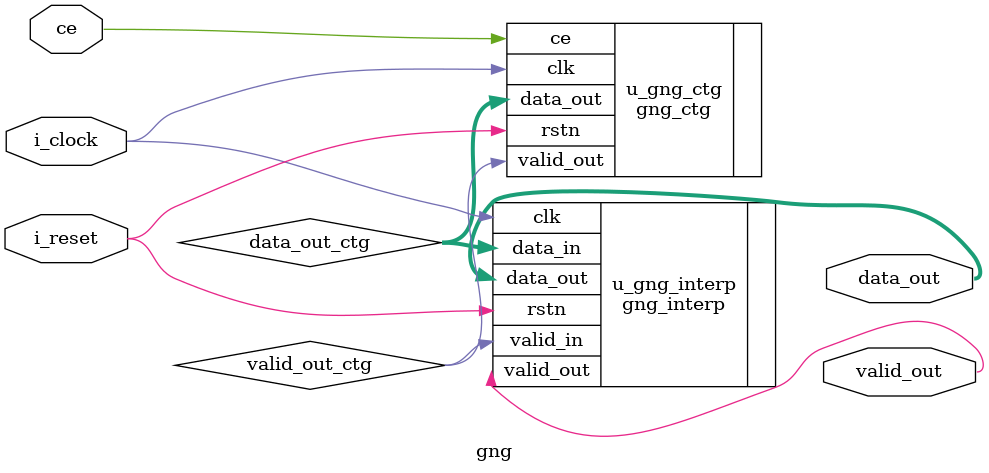
<source format=v>


`timescale 1 ns / 1 ps


module gng #(
    parameter INIT_Z1 = 64'd5030521883283424767,
    parameter INIT_Z2 = 64'd18445829279364155008,
    parameter INIT_Z3 = 64'd18436106298727503359
)
(
    // System signals
    input i_clock,                    // system clock
    input i_reset,                   // system synchronous reset, active low

    // Data interface
    input ce,                     // clock enable
    output valid_out,             // output data valid
    output signed [15:0] data_out        // output data, s<16,11>
);

// Local variables
wire valid_out_ctg;
wire [63:0] data_out_ctg;


// Instances
gng_ctg #(
    .INIT_Z1(INIT_Z1),
    .INIT_Z2(INIT_Z2),
    .INIT_Z3(INIT_Z3)
) u_gng_ctg (
    .clk(i_clock),
    .rstn(i_reset),
    .ce(ce),
    .valid_out(valid_out_ctg),
    .data_out(data_out_ctg)
);

gng_interp u_gng_interp (
    .clk(i_clock),
    .rstn(i_reset),
    .valid_in(valid_out_ctg),
    .data_in(data_out_ctg),
    .valid_out(valid_out),
    .data_out(data_out)
);


endmodule

</source>
